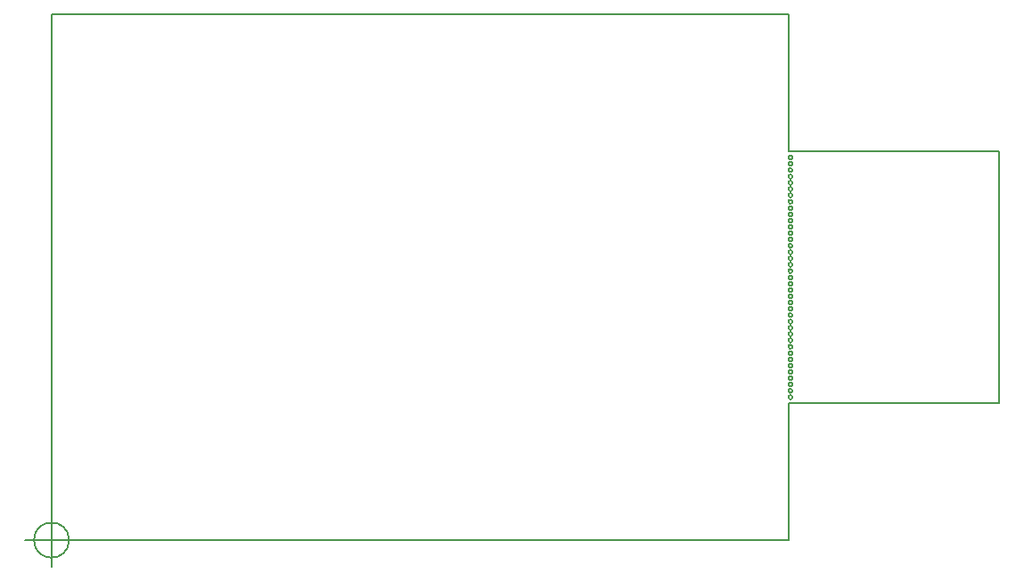
<source format=gm1>
G04 #@! TF.FileFunction,Profile,NP*
%FSLAX46Y46*%
G04 Gerber Fmt 4.6, Leading zero omitted, Abs format (unit mm)*
G04 Created by KiCad (PCBNEW 4.0.1-stable) date 2019/02/18 22:31:54*
%MOMM*%
G01*
G04 APERTURE LIST*
%ADD10C,0.100000*%
%ADD11C,0.150000*%
G04 APERTURE END LIST*
D10*
D11*
X1666666Y0D02*
G75*
G03X1666666Y0I-1666666J0D01*
G01*
X-2500000Y0D02*
X2500000Y0D01*
X0Y2500000D02*
X0Y-2500000D01*
X70400000Y13600000D02*
G75*
G03X70400000Y13600000I-200000J0D01*
G01*
X70400000Y14200000D02*
G75*
G03X70400000Y14200000I-200000J0D01*
G01*
X70400000Y14800000D02*
G75*
G03X70400000Y14800000I-200000J0D01*
G01*
X70400000Y15400000D02*
G75*
G03X70400000Y15400000I-200000J0D01*
G01*
X70400000Y16000000D02*
G75*
G03X70400000Y16000000I-200000J0D01*
G01*
X70400000Y16600000D02*
G75*
G03X70400000Y16600000I-200000J0D01*
G01*
X70400000Y17200000D02*
G75*
G03X70400000Y17200000I-200000J0D01*
G01*
X70400000Y17800000D02*
G75*
G03X70400000Y17800000I-200000J0D01*
G01*
X70400000Y18400000D02*
G75*
G03X70400000Y18400000I-200000J0D01*
G01*
X70400000Y19000000D02*
G75*
G03X70400000Y19000000I-200000J0D01*
G01*
X70400000Y19600000D02*
G75*
G03X70400000Y19600000I-200000J0D01*
G01*
X70400000Y20200000D02*
G75*
G03X70400000Y20200000I-200000J0D01*
G01*
X70400000Y20800000D02*
G75*
G03X70400000Y20800000I-200000J0D01*
G01*
X70400000Y21400000D02*
G75*
G03X70400000Y21400000I-200000J0D01*
G01*
X70400000Y22000000D02*
G75*
G03X70400000Y22000000I-200000J0D01*
G01*
X70400000Y22600000D02*
G75*
G03X70400000Y22600000I-200000J0D01*
G01*
X70400000Y23200000D02*
G75*
G03X70400000Y23200000I-200000J0D01*
G01*
X70400000Y29800000D02*
G75*
G03X70400000Y29800000I-200000J0D01*
G01*
X70400000Y29200000D02*
G75*
G03X70400000Y29200000I-200000J0D01*
G01*
X70400000Y28600000D02*
G75*
G03X70400000Y28600000I-200000J0D01*
G01*
X70400000Y28000000D02*
G75*
G03X70400000Y28000000I-200000J0D01*
G01*
X70400000Y27400000D02*
G75*
G03X70400000Y27400000I-200000J0D01*
G01*
X70400000Y26800000D02*
G75*
G03X70400000Y26800000I-200000J0D01*
G01*
X70400000Y26200000D02*
G75*
G03X70400000Y26200000I-200000J0D01*
G01*
X70400000Y25600000D02*
G75*
G03X70400000Y25600000I-200000J0D01*
G01*
X70400000Y25000000D02*
G75*
G03X70400000Y25000000I-200000J0D01*
G01*
X70400000Y24400000D02*
G75*
G03X70400000Y24400000I-200000J0D01*
G01*
X70400000Y23800000D02*
G75*
G03X70400000Y23800000I-200000J0D01*
G01*
X70400000Y30400000D02*
G75*
G03X70400000Y30400000I-200000J0D01*
G01*
X70400000Y31000000D02*
G75*
G03X70400000Y31000000I-200000J0D01*
G01*
X70400000Y31600000D02*
G75*
G03X70400000Y31600000I-200000J0D01*
G01*
X70400000Y32200000D02*
G75*
G03X70400000Y32200000I-200000J0D01*
G01*
X70400000Y32800000D02*
G75*
G03X70400000Y32800000I-200000J0D01*
G01*
X70400000Y33400000D02*
G75*
G03X70400000Y33400000I-200000J0D01*
G01*
X70400000Y34000000D02*
G75*
G03X70400000Y34000000I-200000J0D01*
G01*
X70400000Y34600000D02*
G75*
G03X70400000Y34600000I-200000J0D01*
G01*
X70400000Y35200000D02*
G75*
G03X70400000Y35200000I-200000J0D01*
G01*
X70400000Y35800000D02*
G75*
G03X70400000Y35800000I-200000J0D01*
G01*
X70400000Y36400000D02*
G75*
G03X70400000Y36400000I-200000J0D01*
G01*
X70000000Y37000000D02*
X90000000Y37000000D01*
X70000000Y37000000D02*
X70000000Y50000000D01*
X70000000Y13000000D02*
X70000000Y0D01*
X90000000Y13000000D02*
X70000000Y13000000D01*
X90000000Y37000000D02*
X90000000Y13000000D01*
X0Y50000000D02*
X0Y0D01*
X70000000Y50000000D02*
X0Y50000000D01*
X0Y0D02*
X70000000Y0D01*
M02*

</source>
